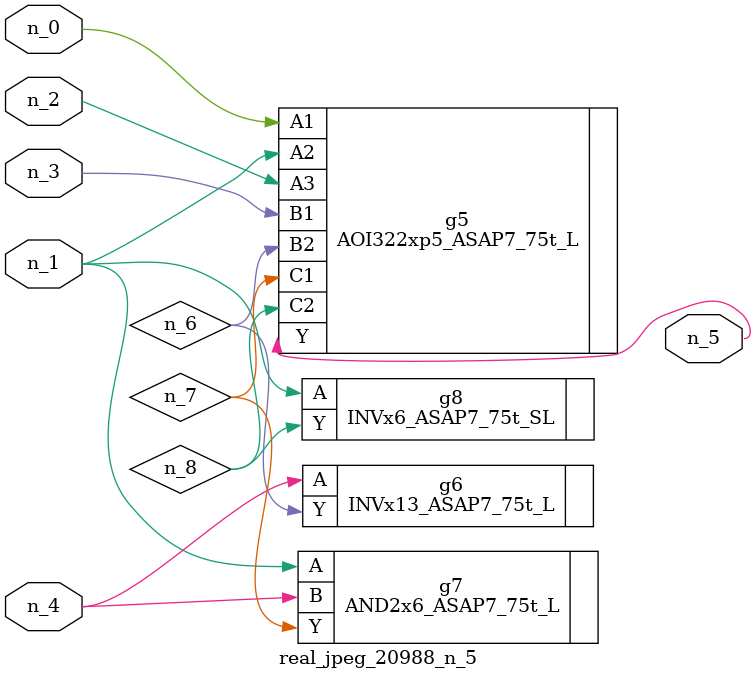
<source format=v>
module real_jpeg_20988_n_5 (n_4, n_0, n_1, n_2, n_3, n_5);

input n_4;
input n_0;
input n_1;
input n_2;
input n_3;

output n_5;

wire n_8;
wire n_6;
wire n_7;

AOI322xp5_ASAP7_75t_L g5 ( 
.A1(n_0),
.A2(n_1),
.A3(n_2),
.B1(n_3),
.B2(n_6),
.C1(n_7),
.C2(n_8),
.Y(n_5)
);

AND2x6_ASAP7_75t_L g7 ( 
.A(n_1),
.B(n_4),
.Y(n_7)
);

INVx6_ASAP7_75t_SL g8 ( 
.A(n_1),
.Y(n_8)
);

INVx13_ASAP7_75t_L g6 ( 
.A(n_4),
.Y(n_6)
);


endmodule
</source>
